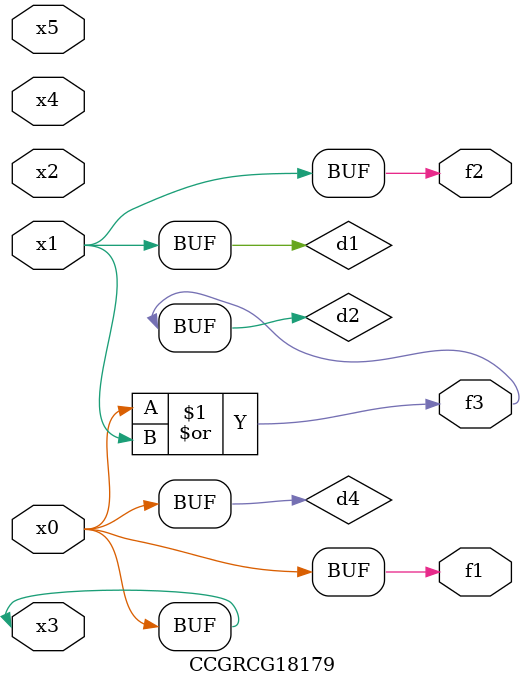
<source format=v>
module CCGRCG18179(
	input x0, x1, x2, x3, x4, x5,
	output f1, f2, f3
);

	wire d1, d2, d3, d4;

	and (d1, x1);
	or (d2, x0, x1);
	nand (d3, x0, x5);
	buf (d4, x0, x3);
	assign f1 = d4;
	assign f2 = d1;
	assign f3 = d2;
endmodule

</source>
